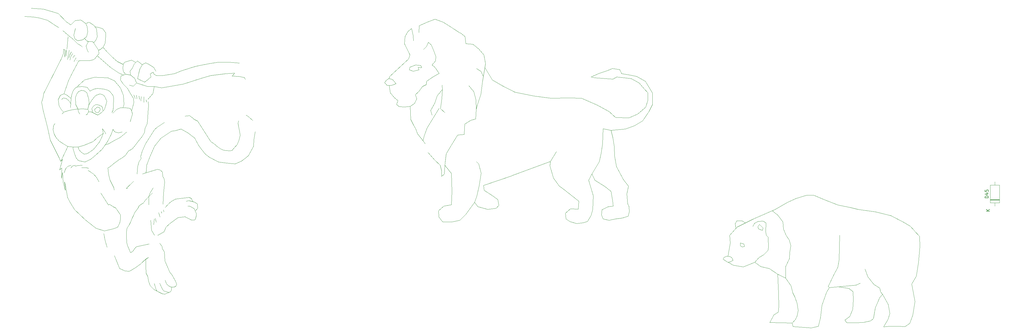
<source format=gbr>
%TF.GenerationSoftware,KiCad,Pcbnew,8.0.7*%
%TF.CreationDate,2025-07-05T17:28:38-07:00*%
%TF.ProjectId,hackpad_v2,6861636b-7061-4645-9f76-322e6b696361,rev?*%
%TF.SameCoordinates,Original*%
%TF.FileFunction,Legend,Top*%
%TF.FilePolarity,Positive*%
%FSLAX46Y46*%
G04 Gerber Fmt 4.6, Leading zero omitted, Abs format (unit mm)*
G04 Created by KiCad (PCBNEW 8.0.7) date 2025-07-05 17:28:38*
%MOMM*%
%LPD*%
G01*
G04 APERTURE LIST*
%ADD10C,0.100000*%
%ADD11C,0.150000*%
%ADD12C,0.120000*%
G04 APERTURE END LIST*
D10*
X198530000Y-38750000D02*
X200960000Y-36680000D01*
X55060000Y-43920000D02*
X56810000Y-43410000D01*
X28830000Y-56840000D02*
X27960000Y-56310000D01*
X276200000Y-97980000D02*
X274450000Y-94760000D01*
X35810000Y-36590000D02*
X35710000Y-37540000D01*
X24940000Y-31800000D02*
X25840000Y-31390000D01*
X194720000Y-43400000D02*
X190220000Y-43860000D01*
X180050000Y-68280000D02*
X180190000Y-65820000D01*
X50960000Y-80030000D02*
X50180000Y-78870000D01*
X200860000Y-28600000D02*
X203120000Y-32250000D01*
X21230000Y-49760000D02*
X19460000Y-53490000D01*
X263350000Y-103600000D02*
X262770000Y-102790000D01*
X24130000Y-35780000D02*
X24020000Y-33560000D01*
X40740000Y-87580000D02*
X42600000Y-86490000D01*
X238960000Y-77050000D02*
X238383690Y-76430000D01*
X53880000Y-92540000D02*
X54640000Y-92530000D01*
X30240000Y-33030000D02*
X31670000Y-32540000D01*
X34750000Y-59370000D02*
X35490000Y-60900000D01*
X144910000Y-14680000D02*
X145166190Y-16940000D01*
X14130000Y-9340000D02*
X15410000Y-9610000D01*
X68290000Y-22700000D02*
X65620000Y-23090000D01*
X37690000Y-86740000D02*
X39410000Y-87550000D01*
X226130000Y-82990000D02*
X227240000Y-83070000D01*
X42740000Y-22775000D02*
X41460000Y-21970000D01*
X79310000Y-48720000D02*
X79410000Y-46720000D01*
X187430000Y-68460000D02*
X189360000Y-67590000D01*
X137270000Y-37070000D02*
X138666190Y-38300000D01*
X282880000Y-103810000D02*
X281450000Y-104810000D01*
X236670000Y-86150000D02*
X234860000Y-84790000D01*
X171410000Y-53500000D02*
X173310000Y-50430000D01*
X195360000Y-66640000D02*
X195760000Y-67590000D01*
X127820000Y-24190000D02*
X129630000Y-23500000D01*
X21340000Y-32850000D02*
X20420000Y-32520000D01*
X171510000Y-33860000D02*
X177280000Y-33760000D01*
X27810000Y-13210000D02*
X27440000Y-14760000D01*
X23780000Y-68460000D02*
X27130000Y-71720000D01*
X25690000Y-17480000D02*
X26101190Y-17945000D01*
X123500000Y-29400000D02*
X122030000Y-29890000D01*
X46430000Y-89190000D02*
X46740000Y-90630000D01*
X198210000Y-27080000D02*
X200860000Y-28600000D01*
X190810000Y-46250000D02*
X191230000Y-48900000D01*
X20910000Y-62440000D02*
X20650000Y-59810000D01*
X27310000Y-17660000D02*
X27620000Y-18780000D01*
X132890000Y-29640000D02*
X133000000Y-28590000D01*
X30280000Y-51530000D02*
X28720000Y-52810000D01*
X44220000Y-85300000D02*
X45870000Y-83790000D01*
X191230000Y-48900000D02*
X191310000Y-51780000D01*
X265420000Y-96510000D02*
X265290000Y-93940000D01*
X43290000Y-27760000D02*
X43640000Y-26110000D01*
X29080000Y-37110000D02*
X29610000Y-36320000D01*
X42520000Y-48470000D02*
X41640000Y-49590000D01*
X69210000Y-49710000D02*
X68230000Y-49030000D01*
X28100000Y-38100000D02*
X27690000Y-38870000D01*
X39600000Y-26360000D02*
X41110000Y-26640000D01*
X49310000Y-42910000D02*
X48600000Y-43620000D01*
X23520000Y-14330000D02*
X23790000Y-13170000D01*
X22040000Y-18950000D02*
X22000000Y-19840000D01*
X51660000Y-59940000D02*
X51630000Y-60860000D01*
X50980000Y-26850000D02*
X49150000Y-26810000D01*
X172340000Y-58640000D02*
X171241190Y-54825000D01*
X74900000Y-43920000D02*
X75170000Y-45390000D01*
X20090000Y-12820000D02*
X22020000Y-14440000D01*
X196460000Y-27760000D02*
X194270000Y-27500000D01*
X122030000Y-29890000D02*
X120660000Y-29890000D01*
X192910000Y-24950000D02*
X193550000Y-26210000D01*
X29490000Y-47350000D02*
X28090000Y-47880000D01*
X39890000Y-78720000D02*
X40210000Y-79680000D01*
X177280000Y-33760000D02*
X181070000Y-33830000D01*
X57510000Y-29480000D02*
X62780000Y-27760000D01*
X244960000Y-66200000D02*
X247580000Y-65010000D01*
X265210000Y-99420000D02*
X265420000Y-96510000D01*
X39930000Y-44340000D02*
X37930000Y-46060000D01*
X186510000Y-26110000D02*
X189000000Y-25270000D01*
X129490000Y-32720000D02*
X130510000Y-31850000D01*
X190770000Y-27920000D02*
X185090000Y-27500000D01*
X22020000Y-14440000D02*
X23360000Y-15560000D01*
X20380000Y-38180000D02*
X19850000Y-38790000D01*
X23360000Y-15560000D02*
X24650000Y-16880000D01*
X52920000Y-66730000D02*
X51900000Y-67780000D01*
X65530000Y-52160000D02*
X68390000Y-53670000D01*
X191910000Y-55070000D02*
X191310000Y-51780000D01*
X70910000Y-54000000D02*
X73610000Y-54220000D01*
X34070000Y-27490000D02*
X36120000Y-28450000D01*
X143330000Y-71820000D02*
X140830000Y-72270000D01*
X46690000Y-23300000D02*
X48310000Y-24250000D01*
X21300000Y-19710000D02*
X21250000Y-20670000D01*
X20380000Y-38180000D02*
X21980000Y-37630000D01*
X29670000Y-11120000D02*
X28220000Y-10270000D01*
X147910000Y-66180000D02*
X145190000Y-69930000D01*
X18708690Y-7507500D02*
X21160000Y-10020000D01*
X273820000Y-94050000D02*
X274450000Y-94760000D01*
X188400000Y-61380000D02*
X185200000Y-59330000D01*
X243750000Y-74530000D02*
X244540000Y-76520000D01*
X32120000Y-38270000D02*
X30950000Y-39140000D01*
X29570000Y-49730000D02*
X31470000Y-47450000D01*
X42970000Y-29130000D02*
X41950000Y-30110000D01*
X194270000Y-27500000D02*
X192030000Y-27270000D01*
X50940000Y-80520000D02*
X50960000Y-80030000D01*
X127810000Y-20390000D02*
X127390000Y-21620000D01*
X22410000Y-66320000D02*
X23780000Y-68460000D01*
X47230000Y-92140000D02*
X48430000Y-93300000D01*
X129950000Y-34020000D02*
X129490000Y-32720000D01*
X50520000Y-46310000D02*
X53810000Y-44100000D01*
X26630000Y-51230000D02*
X27600000Y-51130000D01*
X27840000Y-37290000D02*
X28110000Y-37570000D01*
X49380000Y-55920000D02*
X50250000Y-56110000D01*
X250890000Y-64010000D02*
X253140000Y-64030000D01*
X227130000Y-84770000D02*
X226450000Y-84820000D01*
X21160000Y-10020000D02*
X22550000Y-11070000D01*
X51330000Y-68540000D02*
X51470000Y-69180000D01*
X34790000Y-31790000D02*
X35700000Y-33020000D01*
X42090000Y-35310000D02*
X41415000Y-37730000D01*
X255240000Y-101890000D02*
X254560000Y-104740000D01*
X44760000Y-23480000D02*
X45750000Y-22880000D01*
X259290000Y-88840000D02*
X260610000Y-86430000D01*
X43121190Y-57380000D02*
X43300000Y-55090000D01*
X68230000Y-49030000D02*
X67080000Y-48060000D01*
X30010000Y-21560000D02*
X29540000Y-21910000D01*
X286010000Y-76800000D02*
X286080000Y-80030000D01*
X53400000Y-92480000D02*
X52810000Y-92040000D01*
X28510000Y-31690000D02*
X29600000Y-31090000D01*
X55420000Y-91720000D02*
X55220000Y-91170000D01*
X242130000Y-100350000D02*
X242274940Y-98605000D01*
X244440000Y-89770000D02*
X241911190Y-88520000D01*
X149850000Y-32690000D02*
X148730000Y-35950000D01*
X33000000Y-75070000D02*
X35840000Y-74400000D01*
X284920000Y-89160000D02*
X283490000Y-91570000D01*
X20710000Y-21050000D02*
X21120000Y-18810000D01*
X30390000Y-74200000D02*
X33000000Y-75070000D01*
X55200000Y-92280000D02*
X55420000Y-91720000D01*
X23130000Y-54880000D02*
X22530000Y-55530000D01*
X48520000Y-30220000D02*
X50730000Y-30640000D01*
X21970000Y-21340000D02*
X22250000Y-20470000D01*
X140830000Y-72270000D02*
X137970000Y-72270000D01*
X130570000Y-25060000D02*
X128790000Y-25480000D01*
X55000000Y-90570000D02*
X54560000Y-89820000D01*
X185930000Y-35970000D02*
X189610000Y-38040000D01*
X136780000Y-70790000D02*
X136710000Y-68800000D01*
X60450000Y-65970000D02*
X60000000Y-64990000D01*
X60950000Y-66110000D02*
X59950000Y-65830000D01*
X130210000Y-44920000D02*
X129600000Y-43360000D01*
X45611976Y-43275786D02*
X45420000Y-44550000D01*
X30085000Y-11710000D02*
X31190000Y-11800000D01*
X23630000Y-50880000D02*
X23220000Y-49450000D01*
X19690000Y-37480000D02*
X20380000Y-38180000D01*
X177500000Y-72240000D02*
X176241190Y-71350000D01*
X51103423Y-58112233D02*
X51550000Y-58860000D01*
X75680000Y-53330000D02*
X77700000Y-51690000D01*
X25130000Y-49830000D02*
X25740000Y-50550000D01*
X48310000Y-24250000D02*
X49010000Y-25440000D01*
X48110000Y-61720000D02*
X47230000Y-63240000D01*
X50170000Y-91380000D02*
X50750000Y-92680000D01*
X242274940Y-98605000D02*
X242160000Y-94510000D01*
X189610000Y-38040000D02*
X191680000Y-39880000D01*
X44100000Y-28220000D02*
X43290000Y-27760000D01*
X21560000Y-64680000D02*
X22410000Y-66320000D01*
X192030000Y-27270000D02*
X190770000Y-27920000D01*
X30810000Y-46160000D02*
X29490000Y-47350000D01*
X60020000Y-71740000D02*
X60970000Y-71730000D01*
X35940000Y-61750000D02*
X36006976Y-62365786D01*
X176100000Y-69580000D02*
X176241190Y-71350000D01*
X159391190Y-57950000D02*
X150660000Y-60910000D01*
X28160000Y-35970000D02*
X27840000Y-37290000D01*
X274450000Y-94760000D02*
X273530000Y-95880000D01*
X26190000Y-15740000D02*
X24680000Y-16030000D01*
X47470000Y-27230000D02*
X46480000Y-28080000D01*
X122800000Y-33530000D02*
X124060000Y-34580000D01*
X201630000Y-34550000D02*
X201630000Y-32190000D01*
X46380000Y-30250000D02*
X48520000Y-30220000D01*
X241160000Y-68410000D02*
X244960000Y-66200000D01*
X33890000Y-47380000D02*
X32290000Y-49680000D01*
X46600000Y-34930000D02*
X46730000Y-36320000D01*
X228120000Y-85790000D02*
X226670000Y-84900000D01*
X38900000Y-25650000D02*
X39600000Y-26360000D01*
X260960000Y-84050000D02*
X261150000Y-76420000D01*
X30120000Y-37910000D02*
X30370000Y-38220000D01*
X55840000Y-70930000D02*
X58030000Y-70690000D01*
X46760000Y-66140000D02*
X46760000Y-66920000D01*
X14100000Y-6180000D02*
X18708690Y-7507500D01*
X73300000Y-49300000D02*
X72640000Y-50110000D01*
X189000000Y-25270000D02*
X190650000Y-24660000D01*
X74650000Y-40860000D02*
X74440000Y-41620000D01*
X124510000Y-36510000D02*
X126200000Y-36580000D01*
X24200000Y-21300000D02*
X23560000Y-22410000D01*
X245980000Y-79620000D02*
X245690000Y-81740000D01*
X51060000Y-94670000D02*
X51840000Y-94710000D01*
X246590000Y-94280000D02*
X247310000Y-95650000D01*
X184580000Y-68390000D02*
X184040000Y-70260000D01*
X135566190Y-9340000D02*
X138180000Y-10190000D01*
X39830000Y-75400000D02*
X39830000Y-76810000D01*
X232970000Y-85620000D02*
X231240000Y-86290000D01*
X257070000Y-94150000D02*
X255660000Y-98230000D01*
X177630000Y-68260000D02*
X180050000Y-68280000D01*
X22640000Y-54690000D02*
X21600000Y-55010000D01*
X257600000Y-92320000D02*
X257920000Y-92660000D01*
X131470000Y-24330000D02*
X130320000Y-24300000D01*
X147640000Y-31850000D02*
X146070000Y-29960000D01*
X22890000Y-32550000D02*
X23360000Y-31520000D01*
X15410000Y-9610000D02*
X17230000Y-10930000D01*
X51840000Y-94710000D02*
X52260000Y-94490000D01*
X42020000Y-33940000D02*
X42090000Y-35310000D01*
X126300000Y-14750000D02*
X126116190Y-16940000D01*
X227083690Y-76430000D02*
X229290000Y-73900000D01*
X32400000Y-22100000D02*
X35030000Y-24350000D01*
X44680000Y-45760000D02*
X43540000Y-47160000D01*
X22640000Y-33930000D02*
X22150000Y-33490000D01*
X123626190Y-35775000D02*
X124510000Y-36510000D01*
X239490000Y-103530000D02*
X240790000Y-101130000D01*
X140710000Y-57190000D02*
X138680000Y-54660000D01*
X156620000Y-30040000D02*
X160410000Y-32020000D01*
X24600000Y-22020000D02*
X24430000Y-22210000D01*
X24910000Y-53280000D02*
X24150000Y-52290000D01*
X44380000Y-52540000D02*
X44210000Y-52010000D01*
X21670000Y-48880000D02*
X21230000Y-49760000D01*
X147330000Y-17130000D02*
X149190000Y-18570000D01*
X32680000Y-44760000D02*
X30810000Y-46160000D01*
X148900000Y-67540000D02*
X147910000Y-66180000D01*
X246390000Y-103720000D02*
X239490000Y-103530000D01*
X137870000Y-31180000D02*
X136250000Y-33110000D01*
X42183690Y-80830000D02*
X41800000Y-81410000D01*
X24830000Y-49040000D02*
X25130000Y-49830000D01*
X41460000Y-21970000D02*
X40340000Y-22350000D01*
X77700000Y-51690000D02*
X79310000Y-48720000D01*
X49583690Y-76430000D02*
X51560000Y-75360000D01*
X32560000Y-18060000D02*
X31890000Y-18620000D01*
X51590000Y-41350000D02*
X49310000Y-42910000D01*
X55220000Y-91170000D02*
X55000000Y-90570000D01*
X30530000Y-58390000D02*
X29610000Y-57430000D01*
X43250000Y-22280000D02*
X42230000Y-23270000D01*
X246060000Y-92150000D02*
X246590000Y-94280000D01*
X137670000Y-58180000D02*
X138441190Y-57350000D01*
X41740000Y-38760000D02*
X41560000Y-39390000D01*
X41040000Y-32360000D02*
X42020000Y-33940000D01*
X240220000Y-68830000D02*
X242010000Y-70260000D01*
X49871190Y-69380000D02*
X50280000Y-70760000D01*
X39570000Y-36820000D02*
X40950000Y-36990000D01*
X247440000Y-102570000D02*
X246390000Y-103720000D01*
X240790000Y-101130000D02*
X242130000Y-100350000D01*
X27960000Y-16270000D02*
X27310000Y-17660000D01*
X128090000Y-40460000D02*
X128926190Y-42125000D01*
X22700000Y-26530000D02*
X21830000Y-28560000D01*
X150730000Y-20390000D02*
X151250000Y-23090000D01*
X46130000Y-54670000D02*
X46000000Y-56410000D01*
X131730000Y-30170000D02*
X132890000Y-29640000D01*
X120660000Y-28060000D02*
X121290000Y-27750000D01*
X160410000Y-32020000D02*
X166320000Y-33200000D01*
X35340000Y-21010000D02*
X33800000Y-19470000D01*
X180190000Y-65820000D02*
X175430000Y-62080000D01*
X228060000Y-84200000D02*
X227130000Y-84770000D01*
X45540000Y-28850000D02*
X44100000Y-28220000D01*
X54730000Y-26210000D02*
X50980000Y-26850000D01*
X38860000Y-23370000D02*
X38720000Y-24670000D01*
X32450000Y-12230000D02*
X33380000Y-13520000D01*
X33150000Y-44320000D02*
X33400000Y-44910000D01*
X135870000Y-20910000D02*
X135200000Y-19060000D01*
X18990000Y-52500000D02*
X19460000Y-53490000D01*
X21890000Y-34550000D02*
X22550000Y-35520000D01*
X56810000Y-43410000D02*
X58930000Y-44580000D01*
X32450000Y-37060000D02*
X32550000Y-37860000D01*
X187730000Y-43340000D02*
X190220000Y-43860000D01*
X34300000Y-47950000D02*
X33200000Y-48340000D01*
X48810000Y-71170000D02*
X49080000Y-72370000D01*
X200020000Y-40910000D02*
X197530000Y-42400000D01*
X252360000Y-105230000D02*
X246710000Y-104780000D01*
X131900000Y-47040000D02*
X130210000Y-44920000D01*
X24460000Y-30420000D02*
X26040000Y-30220000D01*
X150840000Y-62470000D02*
X153430000Y-64150000D01*
X58030000Y-70690000D02*
X60020000Y-71740000D01*
X36770000Y-37350000D02*
X37970000Y-36850000D01*
X185090000Y-27500000D02*
X184020000Y-27210000D01*
X19460000Y-53490000D02*
X20030000Y-52860000D01*
X74750000Y-27090000D02*
X76440000Y-27440000D01*
X18960000Y-36260000D02*
X19690000Y-37480000D01*
X28200000Y-34200000D02*
X28210000Y-35190000D01*
X184291190Y-57350000D02*
X183291190Y-59350000D01*
X189360000Y-67590000D02*
X190910000Y-67390000D01*
X50750000Y-92680000D02*
X51390000Y-93700000D01*
X32290000Y-49680000D02*
X30280000Y-51530000D01*
X128930000Y-16010000D02*
X128790000Y-14470000D01*
X195910000Y-69060000D02*
X195540000Y-70540000D01*
X33260000Y-16670000D02*
X33010000Y-17230000D01*
X53230000Y-30250000D02*
X57510000Y-29480000D01*
X41290000Y-37400000D02*
X41540000Y-38060000D01*
X242160000Y-94510000D02*
X241911190Y-88520000D01*
X30340000Y-35770000D02*
X31300000Y-35960000D01*
X271710000Y-91640000D02*
X273610000Y-92830000D01*
X136890000Y-37000000D02*
X133180000Y-43100000D01*
X244540000Y-76520000D02*
X245480000Y-77860000D01*
X130716190Y-11340000D02*
X133170000Y-10190000D01*
X33430000Y-14450000D02*
X33260000Y-16670000D01*
X20710000Y-61910000D02*
X20910000Y-62440000D01*
X121540000Y-27080000D02*
X121290000Y-27750000D01*
X22600000Y-20900000D02*
X22310000Y-21980000D01*
X247580000Y-65010000D02*
X250890000Y-64010000D01*
X181070000Y-33830000D02*
X185930000Y-35970000D01*
X24760000Y-37170000D02*
X24130000Y-35780000D01*
X17110000Y-43640000D02*
X17240000Y-42350000D01*
X62780000Y-27760000D02*
X65900000Y-26850000D01*
X21160000Y-55550000D02*
X20820000Y-56210000D01*
X47930000Y-63220000D02*
X46130000Y-65070000D01*
X253140000Y-64030000D02*
X256300000Y-65320000D01*
X48450000Y-71360000D02*
X48320000Y-73180000D01*
X20030000Y-52860000D02*
X19120000Y-56120000D01*
X266240000Y-91910000D02*
X267540000Y-91310000D01*
X236250000Y-73070000D02*
X237360000Y-74150000D01*
X184020000Y-27210000D02*
X186510000Y-26110000D01*
X29610000Y-36320000D02*
X30340000Y-35770000D01*
X20420000Y-32520000D02*
X19390000Y-32880000D01*
X36120000Y-28450000D02*
X37970000Y-30600000D01*
X61520000Y-69690000D02*
X60820000Y-68120000D01*
X35710000Y-37540000D02*
X35376190Y-38290000D01*
X121680000Y-32130000D02*
X122800000Y-33530000D01*
X20260000Y-20000000D02*
X19610000Y-21680000D01*
X195760000Y-67590000D02*
X195910000Y-69060000D01*
X29600000Y-31090000D02*
X30810000Y-30830000D01*
X51550000Y-58860000D02*
X51660000Y-59940000D01*
X32850000Y-75940000D02*
X33240000Y-78130000D01*
X33800000Y-19470000D02*
X32560000Y-18060000D01*
X19120000Y-56120000D02*
X19800000Y-55500000D01*
X198920000Y-29150000D02*
X196460000Y-27760000D01*
X41710000Y-24490000D02*
X40940000Y-25480000D01*
X34180000Y-31400000D02*
X34790000Y-31790000D01*
X56770000Y-25410000D02*
X54730000Y-26210000D01*
X33380000Y-13520000D02*
X33430000Y-14450000D01*
X8260000Y-8470000D02*
X11080000Y-8620000D01*
X30790000Y-14700000D02*
X30690000Y-13660000D01*
X48490000Y-91440000D02*
X49110000Y-93340000D01*
X26815000Y-15250000D02*
X27520000Y-15980000D01*
X37930000Y-46060000D02*
X35940000Y-47090000D01*
X31520000Y-36790000D02*
X30840000Y-36600000D01*
X20330000Y-18650000D02*
X20260000Y-20000000D01*
X135730000Y-22250000D02*
X135870000Y-20910000D01*
X43850000Y-67240000D02*
X45290000Y-66260000D01*
X53810000Y-44100000D02*
X55060000Y-43920000D01*
X51630000Y-60860000D02*
X51400000Y-63280000D01*
X50730000Y-30640000D02*
X53230000Y-30250000D01*
X19660000Y-57680000D02*
X19700000Y-58760000D01*
X234730000Y-72750000D02*
X234260000Y-73650000D01*
X46900000Y-79140000D02*
X42930000Y-80010000D01*
X49110000Y-93340000D02*
X49235000Y-93705000D01*
X46550000Y-34220000D02*
X46830000Y-33760000D01*
X36083690Y-82830000D02*
X37690000Y-86740000D01*
X28040000Y-55640000D02*
X27380000Y-55430000D01*
X151060000Y-24385000D02*
X153350000Y-28160000D01*
X31620000Y-27460000D02*
X34070000Y-27490000D01*
X23940000Y-9750000D02*
X25700000Y-9520000D01*
X43010000Y-32930000D02*
X43100000Y-34030000D01*
X149880000Y-57160000D02*
X149190000Y-54270000D01*
X234860000Y-84790000D02*
X236110000Y-83350000D01*
X269000000Y-86980000D02*
X269900000Y-89310000D01*
X151250000Y-23090000D02*
X150870000Y-25680000D01*
X41640000Y-49590000D02*
X40426190Y-50290000D01*
X190710000Y-65740000D02*
X190210000Y-62830000D01*
X203120000Y-32250000D02*
X203090000Y-35780000D01*
X33010000Y-17230000D02*
X32560000Y-18060000D01*
X32680000Y-44760000D02*
X32430000Y-43340000D01*
X30950000Y-39140000D02*
X29940000Y-38620000D01*
X41380000Y-60320000D02*
X42110000Y-59580000D01*
X34050000Y-55510000D02*
X34240000Y-57100000D01*
X137870000Y-31180000D02*
X137690000Y-33920000D01*
X51400000Y-63280000D02*
X51230000Y-66750000D01*
X283690000Y-92480000D02*
X284550000Y-97050000D01*
X43720000Y-53560000D02*
X44380000Y-52540000D01*
X151920000Y-68420000D02*
X148900000Y-67540000D01*
X26040000Y-30220000D02*
X27680000Y-30480000D01*
X54100000Y-88850000D02*
X53260000Y-87770000D01*
X50250000Y-56110000D02*
X50980000Y-56810000D01*
X40426190Y-50290000D02*
X39490000Y-51630000D01*
X42380000Y-27650000D02*
X42970000Y-29130000D01*
X74190000Y-48250000D02*
X73300000Y-49300000D01*
X40950000Y-36990000D02*
X41290000Y-37400000D01*
X45750000Y-22880000D02*
X46690000Y-23300000D01*
X11080000Y-8620000D02*
X12990000Y-8970000D01*
X140850000Y-62800000D02*
X140710000Y-57190000D01*
X154570000Y-68050000D02*
X151920000Y-68420000D01*
X26840000Y-31590000D02*
X27570000Y-32140000D01*
X127140000Y-13170000D02*
X126300000Y-14750000D01*
X24910000Y-38050000D02*
X24760000Y-37170000D01*
X40200000Y-30810000D02*
X41040000Y-32360000D01*
X42040000Y-70300000D02*
X41620000Y-71130000D01*
X21010000Y-61520000D02*
X21560000Y-64680000D01*
X30840000Y-36600000D02*
X29930000Y-37360000D01*
X176100000Y-69580000D02*
X177630000Y-68260000D01*
X25020000Y-22260000D02*
X22700000Y-26530000D01*
X131900000Y-47040000D02*
X132531190Y-47990000D01*
X17390000Y-44970000D02*
X17110000Y-43640000D01*
X28220000Y-10270000D02*
X27250000Y-10660000D01*
X264430000Y-67820000D02*
X266810000Y-68420000D01*
X76440000Y-27440000D02*
X76790000Y-28040000D01*
X24460000Y-30420000D02*
X26770000Y-28180000D01*
X31250000Y-59720000D02*
X30530000Y-58390000D01*
X262770000Y-102790000D02*
X264330000Y-101650000D01*
X22550000Y-11070000D02*
X23940000Y-9750000D01*
X191680000Y-39880000D02*
X195820000Y-39910000D01*
X27620000Y-18780000D02*
X27980000Y-19550000D01*
X227200000Y-78860000D02*
X227083690Y-76430000D01*
X59200000Y-65680000D02*
X58380000Y-65880000D01*
X245610000Y-83670000D02*
X244370000Y-86140000D01*
X47220000Y-26320000D02*
X47470000Y-27230000D01*
X37150000Y-73920000D02*
X37850000Y-72430000D01*
X61520000Y-70340000D02*
X61520000Y-69690000D01*
X43300000Y-55090000D02*
X43720000Y-53560000D01*
X189610000Y-71820000D02*
X187780000Y-71390000D01*
X128790000Y-14470000D02*
X128330000Y-12150000D01*
X150310000Y-28660000D02*
X149850000Y-32690000D01*
X37980000Y-70070000D02*
X36510000Y-67950000D01*
X30370000Y-38220000D02*
X31160000Y-38310000D01*
X236110000Y-83350000D02*
X237640000Y-82430000D01*
X43990000Y-24780000D02*
X44760000Y-23480000D01*
X126116190Y-16940000D02*
X127810000Y-20390000D01*
X184040000Y-70260000D02*
X182950000Y-72080000D01*
X190220000Y-43860000D02*
X190810000Y-46250000D01*
X23870000Y-20680000D02*
X23480000Y-20740000D01*
X42600000Y-86490000D02*
X44220000Y-85300000D01*
X22470000Y-36710000D02*
X22640000Y-33930000D01*
X47230000Y-63240000D02*
X46760000Y-64320000D01*
X35940000Y-47090000D02*
X34300000Y-47950000D01*
X74630000Y-42620000D02*
X74900000Y-43920000D01*
X47400000Y-71760000D02*
X47620000Y-74950000D01*
X52720000Y-94270000D02*
X53150000Y-94190000D01*
X144750000Y-43280000D02*
X144850000Y-41870000D01*
X190910000Y-67390000D02*
X190710000Y-65740000D01*
X42970000Y-29130000D02*
X46380000Y-30250000D01*
X65980000Y-47330000D02*
X61920000Y-40960000D01*
X230890000Y-80050000D02*
X230340000Y-79660000D01*
X33720000Y-34770000D02*
X33600000Y-35520000D01*
X140690000Y-11870000D02*
X143390000Y-13590000D01*
X225920000Y-84510000D02*
X225010000Y-83880000D01*
X34230000Y-67020000D02*
X31860000Y-63300000D01*
X135530000Y-53070000D02*
X137180000Y-54690000D01*
X153430000Y-64150000D02*
X155060000Y-65340000D01*
X36980000Y-22410000D02*
X35340000Y-21010000D01*
X37510000Y-52990000D02*
X36130000Y-54000000D01*
X247310000Y-95650000D02*
X247990000Y-97570000D01*
X175430000Y-62080000D02*
X174100000Y-61130000D01*
X26670000Y-48460000D02*
X24830000Y-49040000D01*
X149320000Y-60970000D02*
X149880000Y-57160000D01*
X29700000Y-16650000D02*
X30460000Y-15670000D01*
X22640000Y-33930000D02*
X22890000Y-32550000D01*
X46830000Y-33760000D02*
X48030000Y-32430000D01*
X68390000Y-53670000D02*
X70910000Y-54000000D01*
X37960000Y-71370000D02*
X37980000Y-70070000D01*
X21670000Y-48880000D02*
X20400000Y-48110000D01*
X124060000Y-34580000D02*
X123626190Y-35775000D01*
X16240000Y-46870000D02*
X18990000Y-52500000D01*
X181650000Y-72560000D02*
X179580000Y-72780000D01*
X29050000Y-34450000D02*
X30240000Y-33030000D01*
X34430000Y-58090000D02*
X34750000Y-59370000D01*
X142666190Y-45300000D02*
X144640000Y-45080000D01*
X238280000Y-72650000D02*
X237470000Y-72010000D01*
X121290000Y-27750000D02*
X122410000Y-27990000D01*
X19800000Y-55500000D02*
X19660000Y-57680000D01*
X61000000Y-46210000D02*
X62260000Y-48550000D01*
X246710000Y-104780000D02*
X246390000Y-103720000D01*
X31670000Y-32540000D02*
X32680000Y-32850000D01*
X41130000Y-81830000D02*
X40210000Y-79680000D01*
X272230000Y-69170000D02*
X277090000Y-70330000D01*
X21600000Y-55010000D02*
X21160000Y-55550000D01*
X39830000Y-76810000D02*
X39890000Y-78720000D01*
X29930000Y-37360000D02*
X30120000Y-37910000D01*
X237640000Y-82430000D02*
X238870000Y-81180000D01*
X19390000Y-32880000D02*
X18640000Y-34270000D01*
X23330000Y-49040000D02*
X24830000Y-49040000D01*
X284250000Y-74990000D02*
X286010000Y-76800000D01*
X135480000Y-35390000D02*
X134260000Y-37630000D01*
X36280000Y-44360000D02*
X35590000Y-43540000D01*
X20160000Y-60050000D02*
X20710000Y-61910000D01*
X195160000Y-63580000D02*
X195591190Y-61175000D01*
X26440000Y-37150000D02*
X27840000Y-37290000D01*
X53330000Y-72830000D02*
X55840000Y-70930000D01*
X171241190Y-54825000D02*
X171410000Y-53500000D01*
X129630000Y-23500000D02*
X131160000Y-23670000D01*
X265290000Y-93940000D02*
X264039940Y-92955000D01*
X42230000Y-23270000D02*
X41710000Y-24490000D01*
X241911190Y-88520000D02*
X239320000Y-86790000D01*
X140700000Y-48420000D02*
X142666190Y-45300000D01*
X39290000Y-22670000D02*
X38860000Y-23370000D01*
X270810000Y-103040000D02*
X268410000Y-103560000D01*
X79410000Y-46720000D02*
X79820000Y-44280000D01*
X28110000Y-37570000D02*
X28100000Y-38100000D01*
X15300000Y-42640000D02*
X16240000Y-46870000D01*
X29310000Y-38280000D02*
X29080000Y-37110000D01*
X148560000Y-64320000D02*
X149320000Y-60970000D01*
X61900000Y-68070000D02*
X61830000Y-66680000D01*
X148730000Y-35950000D02*
X148380000Y-37350000D01*
X26960000Y-53670000D02*
X24910000Y-53280000D01*
X256300000Y-65320000D02*
X260650000Y-67020000D01*
X45830000Y-57090000D02*
X49380000Y-55920000D01*
X201990000Y-38010000D02*
X200020000Y-40910000D01*
X244440000Y-89770000D02*
X246060000Y-92150000D01*
X20320000Y-33750000D02*
X21140000Y-33970000D01*
X23850000Y-15400000D02*
X23520000Y-14330000D01*
X271660000Y-102270000D02*
X270810000Y-103040000D01*
X277090000Y-70330000D02*
X281140000Y-72500000D01*
X20730000Y-18870000D02*
X20710000Y-21050000D01*
X138300000Y-67380000D02*
X140710000Y-66940000D01*
X34570000Y-66790000D02*
X34230000Y-67020000D01*
X260760000Y-92450000D02*
X257920000Y-92660000D01*
X226500000Y-82980000D02*
X226583690Y-82230000D01*
X228720000Y-72870000D02*
X229260000Y-71940000D01*
X70680000Y-26250000D02*
X73420000Y-26040000D01*
X41800000Y-81410000D02*
X41130000Y-81830000D01*
X38720000Y-24670000D02*
X38900000Y-25650000D01*
X137180000Y-54690000D02*
X137620000Y-56360000D01*
X43850000Y-67240000D02*
X43420000Y-68020000D01*
X27600000Y-51130000D02*
X28490000Y-50520000D01*
X24450000Y-37260000D02*
X26440000Y-37150000D01*
X59330000Y-64700000D02*
X55060000Y-65170000D01*
X200470000Y-30860000D02*
X198920000Y-29150000D01*
X129210000Y-35460000D02*
X129950000Y-34020000D01*
X45857500Y-83922500D02*
X45830000Y-85970000D01*
X38160000Y-26950000D02*
X37990000Y-28150000D01*
X273530000Y-95880000D02*
X272890000Y-97320000D01*
X244370000Y-87760000D02*
X244440000Y-89770000D01*
X27130000Y-71720000D02*
X30390000Y-74200000D01*
X260610000Y-86430000D02*
X260960000Y-84050000D01*
X71770000Y-50170000D02*
X70060000Y-50050000D01*
X231240000Y-86290000D02*
X228120000Y-85790000D01*
X133000000Y-28590000D02*
X134960000Y-27220000D01*
X53260000Y-87770000D02*
X52840000Y-86900000D01*
X58930000Y-44580000D02*
X61000000Y-46210000D01*
X187780000Y-71390000D02*
X187230000Y-70070000D01*
X28720000Y-52810000D02*
X26960000Y-53670000D01*
X140710000Y-66940000D02*
X140850000Y-62800000D01*
X24660000Y-54760000D02*
X23900000Y-55000000D01*
X25520000Y-22160000D02*
X25020000Y-22260000D01*
X121345000Y-29890000D02*
X121680000Y-32130000D01*
X230380000Y-78840000D02*
X231470000Y-79140000D01*
X70060000Y-50050000D02*
X69210000Y-49710000D01*
X47020000Y-52220000D02*
X46130000Y-54670000D01*
X132960000Y-17760000D02*
X132050000Y-18710000D01*
X46760000Y-64320000D02*
X46760000Y-66020000D01*
X47620000Y-74950000D02*
X48583690Y-76430000D01*
X43640000Y-26110000D02*
X43990000Y-24780000D01*
X185200000Y-59330000D02*
X184291190Y-57350000D01*
X266000000Y-103580000D02*
X263350000Y-103600000D01*
X19610000Y-21680000D02*
X14230000Y-32300000D01*
X271970000Y-100230000D02*
X271660000Y-102270000D01*
X145166190Y-16940000D02*
X147330000Y-17130000D01*
X31470000Y-47450000D02*
X32250000Y-45840000D01*
X276180000Y-102630000D02*
X276700000Y-100770000D01*
X153350000Y-28160000D02*
X156620000Y-30040000D01*
X150870000Y-25680000D02*
X150310000Y-28660000D01*
X238230000Y-75320000D02*
X238383690Y-76430000D01*
X73610000Y-54220000D02*
X75680000Y-53330000D01*
X234391190Y-71350000D02*
X241160000Y-68410000D01*
X143510000Y-13570000D02*
X144910000Y-14680000D01*
X42160000Y-32810000D02*
X42530000Y-33910000D01*
X260650000Y-67020000D02*
X264430000Y-67820000D01*
X20020000Y-56890000D02*
X20160000Y-60050000D01*
X255660000Y-98230000D02*
X255240000Y-101890000D01*
X59620000Y-24460000D02*
X56770000Y-25410000D01*
X230940000Y-71940000D02*
X231840595Y-72625000D01*
X40340000Y-22350000D02*
X39290000Y-22670000D01*
X35690000Y-67590000D02*
X34570000Y-66790000D01*
X61920000Y-40960000D02*
X60890000Y-40460000D01*
X31210000Y-18970000D02*
X29540000Y-16450000D01*
X53750000Y-65930000D02*
X52920000Y-66730000D01*
X131160000Y-23670000D02*
X131470000Y-24330000D01*
X171410000Y-53500000D02*
X159510000Y-57930000D01*
X228950000Y-74220000D02*
X228720000Y-72870000D01*
X137620000Y-56360000D02*
X137670000Y-58180000D01*
X225010000Y-83880000D02*
X225290000Y-83300000D01*
X50040000Y-94110000D02*
X51060000Y-94670000D01*
X21610000Y-15760000D02*
X21406190Y-18550000D01*
X123500000Y-29400000D02*
X122410000Y-27990000D01*
X193550000Y-26210000D02*
X195620000Y-26530000D01*
X35700000Y-33020000D02*
X35900000Y-33870000D01*
X27690000Y-38870000D02*
X27320000Y-39000000D01*
X39720000Y-61850000D02*
X41380000Y-60320000D01*
X244370000Y-86140000D02*
X244370000Y-87760000D01*
X28090000Y-47880000D02*
X26670000Y-48460000D01*
X41540000Y-38060000D02*
X41740000Y-38760000D01*
X276530000Y-104730000D02*
X274780000Y-104870000D01*
X20650000Y-59810000D02*
X21010000Y-61520000D01*
X133420000Y-50740000D02*
X135530000Y-53070000D01*
X136710000Y-68800000D02*
X138300000Y-67380000D01*
X28160000Y-35970000D02*
X29050000Y-34450000D01*
X23230000Y-37390000D02*
X24450000Y-37260000D01*
X39060000Y-35820000D02*
X38770000Y-36835000D01*
X145190000Y-69930000D02*
X143330000Y-71820000D01*
X53830000Y-93350000D02*
X53880000Y-92540000D01*
X268410000Y-103560000D02*
X266000000Y-103580000D01*
X23790000Y-13170000D02*
X24000000Y-12190000D01*
X155430000Y-67110000D02*
X154570000Y-68050000D01*
X187560000Y-47950000D02*
X187730000Y-43340000D01*
X35490000Y-60900000D02*
X35940000Y-61750000D01*
X44750000Y-50290000D02*
X44210000Y-52010000D01*
X52310000Y-91560000D02*
X51870000Y-90380000D01*
X21830000Y-28560000D02*
X20420000Y-32520000D01*
X29940000Y-38620000D02*
X28900000Y-38120000D01*
X72640000Y-50110000D02*
X71770000Y-50170000D01*
X24150000Y-52290000D02*
X23630000Y-50880000D01*
X79036190Y-40790000D02*
X77960000Y-39800000D01*
X53670000Y-93770000D02*
X53830000Y-93350000D01*
X60000000Y-64990000D02*
X59330000Y-64700000D01*
X136250000Y-33110000D02*
X135480000Y-35390000D01*
X37850000Y-72430000D02*
X37960000Y-71370000D01*
X148380000Y-37350000D02*
X148310000Y-34340000D01*
X30500000Y-12300000D02*
X29670000Y-11120000D01*
X41620000Y-71130000D02*
X41110000Y-72340000D01*
X29540000Y-21910000D02*
X28400000Y-22140000D01*
X195620000Y-26530000D02*
X198210000Y-27080000D01*
X245480000Y-77860000D02*
X245980000Y-79620000D01*
X36130000Y-54000000D02*
X34750000Y-55100000D01*
X23330000Y-49040000D02*
X21670000Y-48880000D01*
X38460000Y-44350000D02*
X37360000Y-44610000D01*
X201630000Y-32190000D02*
X200470000Y-30860000D01*
X17240000Y-42350000D02*
X17660000Y-41710000D01*
X49150000Y-26810000D02*
X48380000Y-26360000D01*
X247990000Y-97570000D02*
X248290000Y-99830000D01*
X38470000Y-52420000D02*
X37510000Y-52990000D01*
X128330000Y-12150000D02*
X127140000Y-13170000D01*
X48580000Y-48790000D02*
X50520000Y-46310000D01*
X134710000Y-23510000D02*
X135730000Y-22250000D01*
X46310000Y-41690000D02*
X45611976Y-43275786D01*
X130610000Y-13410000D02*
X130716190Y-11340000D01*
X53880000Y-92540000D02*
X53400000Y-92480000D01*
X48430000Y-93300000D02*
X50040000Y-94110000D01*
X226583690Y-82230000D02*
X227200000Y-78860000D01*
X30780000Y-20630000D02*
X30010000Y-21560000D01*
X187130000Y-50880000D02*
X187560000Y-47950000D01*
X148310000Y-34340000D02*
X147640000Y-31850000D01*
X195820000Y-39910000D02*
X198530000Y-38750000D01*
X59480000Y-67370000D02*
X58900000Y-67420000D01*
X44760000Y-23480000D02*
X43250000Y-22280000D01*
X24680000Y-16030000D02*
X23850000Y-15400000D01*
X166320000Y-33200000D02*
X171510000Y-33860000D01*
X27520000Y-15980000D02*
X27960000Y-16270000D01*
X55060000Y-65170000D02*
X53750000Y-65930000D01*
X45830000Y-57090000D02*
X44821190Y-57380000D01*
X45920000Y-34390000D02*
X46130000Y-35080000D01*
X28210000Y-35190000D02*
X28160000Y-35970000D01*
X67080000Y-48060000D02*
X65980000Y-47330000D01*
X53330000Y-72830000D02*
X52108690Y-73905000D01*
X40700000Y-73190000D02*
X40040000Y-74210000D01*
X254560000Y-104740000D02*
X252360000Y-105230000D01*
X23360000Y-31520000D02*
X23820000Y-30800000D01*
X23170000Y-19940000D02*
X22600000Y-20900000D01*
X195540000Y-70540000D02*
X193590000Y-71140000D01*
X32980000Y-37450000D02*
X32120000Y-38270000D01*
X119920000Y-28940000D02*
X120660000Y-28060000D01*
X59486190Y-39290000D02*
X58510000Y-39370000D01*
X13910000Y-33750000D02*
X13480000Y-35120000D01*
X31830000Y-30880000D02*
X33100000Y-31040000D01*
X23220000Y-49450000D02*
X23330000Y-49040000D01*
X13480000Y-35120000D02*
X14000000Y-37750000D01*
X283050000Y-73620000D02*
X284280000Y-74930000D01*
X30460000Y-15670000D02*
X30790000Y-14700000D01*
X41560000Y-39390000D02*
X41230000Y-40430000D01*
X238870000Y-81180000D02*
X239070000Y-80230000D01*
X46480000Y-28080000D02*
X45540000Y-28850000D01*
X62570000Y-23690000D02*
X61340000Y-23970000D01*
X18970000Y-47140000D02*
X17910000Y-45970000D01*
X126200000Y-36580000D02*
X127910000Y-36370000D01*
X184291190Y-57350000D02*
X186530000Y-53560000D01*
X53150000Y-94190000D02*
X53670000Y-93770000D01*
X24650000Y-16880000D02*
X25690000Y-17480000D01*
X149190000Y-54270000D02*
X148470000Y-53620000D01*
X35900000Y-33870000D02*
X35810000Y-36590000D01*
X51560000Y-75360000D02*
X52108690Y-73905000D01*
X28490000Y-50520000D02*
X29570000Y-49730000D01*
X48130000Y-25720000D02*
X47220000Y-26320000D01*
X30690000Y-13660000D02*
X30500000Y-12300000D01*
X127910000Y-36370000D02*
X129210000Y-35460000D01*
X61250000Y-71320000D02*
X61520000Y-70340000D01*
X120660000Y-29890000D02*
X119920000Y-28940000D01*
X37970000Y-30600000D02*
X38890000Y-33020000D01*
X37990000Y-28150000D02*
X38900000Y-29520000D01*
X33600000Y-35520000D02*
X33330000Y-36420000D01*
X133180000Y-43100000D02*
X132220000Y-45650000D01*
X237470000Y-72010000D02*
X235820000Y-72130000D01*
X40040000Y-74210000D02*
X39830000Y-75400000D01*
X52840000Y-86900000D02*
X51780000Y-84380000D01*
X133170000Y-10190000D02*
X135566190Y-9340000D01*
X23480000Y-20740000D02*
X23260000Y-21340000D01*
X46670000Y-83300000D02*
X45045000Y-84545000D01*
X31210000Y-18970000D02*
X31280000Y-20070000D01*
X50710000Y-69060000D02*
X50760000Y-69610000D01*
X136850000Y-26170000D02*
X135590000Y-24310000D01*
X130320000Y-24300000D02*
X130570000Y-25060000D01*
X33330000Y-36420000D02*
X32980000Y-37450000D01*
X194040000Y-59100000D02*
X195591190Y-61175000D01*
X137970000Y-72270000D02*
X136780000Y-70790000D01*
X237360000Y-74150000D02*
X237240000Y-74900000D01*
X182950000Y-72080000D02*
X181650000Y-72560000D01*
X77960000Y-39800000D02*
X77010000Y-39120000D01*
X46000000Y-56410000D02*
X45830000Y-57090000D01*
X74860000Y-22910000D02*
X71770000Y-22670000D01*
X235980000Y-74490000D02*
X235720000Y-73780000D01*
X27380000Y-55430000D02*
X25940000Y-55430000D01*
X272890000Y-97320000D02*
X272290000Y-98900000D01*
X276700000Y-100770000D02*
X276200000Y-97980000D01*
X191560000Y-71390000D02*
X189610000Y-71820000D01*
X27440000Y-14760000D02*
X26190000Y-15740000D01*
X34750000Y-55100000D02*
X34050000Y-55510000D01*
X149910000Y-25580000D02*
X150590000Y-27170000D01*
X39600000Y-26360000D02*
X38160000Y-26950000D01*
X32430000Y-43340000D02*
X33150000Y-44320000D01*
X14000000Y-37750000D02*
X15300000Y-42640000D01*
X31890000Y-18620000D02*
X31210000Y-18970000D01*
X27960000Y-16270000D02*
X29380000Y-16250000D01*
X60820000Y-68120000D02*
X59480000Y-67370000D01*
X46130000Y-65070000D02*
X45290000Y-66140000D01*
X235720000Y-73780000D02*
X236250000Y-73070000D01*
X44410000Y-33370000D02*
X44350000Y-34660000D01*
X75170000Y-45390000D02*
X74750000Y-46980000D01*
X21710000Y-14710000D02*
X21610000Y-15760000D01*
X45420000Y-44550000D02*
X44680000Y-45760000D01*
X46410000Y-39880000D02*
X46310000Y-41690000D01*
X25840000Y-31390000D02*
X26840000Y-31590000D01*
X43750000Y-33210000D02*
X43880000Y-34210000D01*
X231640000Y-79900000D02*
X230890000Y-80050000D01*
X29940000Y-27320000D02*
X31620000Y-27460000D01*
X37970000Y-36850000D02*
X39570000Y-36820000D01*
X190650000Y-24660000D02*
X192910000Y-24950000D01*
X22000000Y-19840000D02*
X21700000Y-20940000D01*
X186530000Y-53560000D02*
X187130000Y-50880000D01*
X21140000Y-33970000D02*
X21890000Y-34550000D01*
X22250000Y-20470000D02*
X22710000Y-19450000D01*
X273610000Y-92830000D02*
X273820000Y-94050000D01*
X272290000Y-98900000D02*
X271970000Y-100230000D01*
X147910000Y-66180000D02*
X148560000Y-64320000D01*
X20400000Y-48110000D02*
X18970000Y-47140000D01*
X73420000Y-26040000D02*
X72570000Y-27020000D01*
X65620000Y-23090000D02*
X62570000Y-23690000D01*
X19700000Y-58760000D02*
X20020000Y-56890000D01*
X45970000Y-88210000D02*
X46430000Y-89190000D01*
X48600000Y-43620000D02*
X45800000Y-47950000D01*
X48380000Y-26360000D02*
X48130000Y-25720000D01*
X144640000Y-45080000D02*
X144750000Y-43280000D01*
X26120000Y-54670000D02*
X24660000Y-54760000D01*
X45830000Y-85970000D02*
X45970000Y-88210000D01*
X37360000Y-44610000D02*
X36280000Y-44360000D01*
X285640000Y-84790000D02*
X284920000Y-89160000D01*
X33240000Y-78130000D02*
X33790000Y-80170000D01*
X36510000Y-67950000D02*
X35690000Y-67590000D01*
X35600000Y-38490000D02*
X36770000Y-37350000D01*
X74440000Y-41620000D02*
X74630000Y-42620000D01*
X264330000Y-101650000D02*
X265210000Y-99420000D01*
X135590000Y-24310000D02*
X134710000Y-23510000D01*
X25740000Y-50550000D02*
X26630000Y-51230000D01*
X22150000Y-33490000D02*
X21340000Y-32850000D01*
X28400000Y-22140000D02*
X25520000Y-22160000D01*
X23820000Y-30800000D02*
X24460000Y-30420000D01*
X51780000Y-84380000D02*
X51570000Y-81600000D01*
X72570000Y-27020000D02*
X74750000Y-27090000D01*
X129600000Y-43360000D02*
X128926190Y-42125000D01*
X12990000Y-8970000D02*
X14130000Y-9340000D01*
X32200000Y-36370000D02*
X32450000Y-37060000D01*
X148190000Y-40250000D02*
X148380000Y-37350000D01*
X128090000Y-40460000D02*
X127910000Y-36370000D01*
X195160000Y-63580000D02*
X195360000Y-66640000D01*
X52720000Y-94270000D02*
X52260000Y-94490000D01*
X135200000Y-19060000D02*
X134400000Y-17230000D01*
X27650000Y-11700000D02*
X27810000Y-13210000D01*
X155060000Y-65340000D02*
X155430000Y-67110000D01*
X148480000Y-24640000D02*
X149910000Y-25580000D01*
X24020000Y-33560000D02*
X24450000Y-32510000D01*
X38890000Y-33020000D02*
X39060000Y-35820000D01*
X35840000Y-74400000D02*
X37150000Y-73920000D01*
X200960000Y-36680000D02*
X201630000Y-34550000D01*
X10310000Y-5890000D02*
X14100000Y-6180000D01*
X41950000Y-30110000D02*
X40790000Y-29800000D01*
X203090000Y-35780000D02*
X201990000Y-38010000D01*
X138740000Y-53820000D02*
X139110000Y-51160000D01*
X50040000Y-94110000D02*
X49235000Y-93705000D01*
X274780000Y-104870000D02*
X276180000Y-102630000D01*
X31160000Y-38310000D02*
X31730000Y-37390000D01*
X242010000Y-70260000D02*
X243590000Y-72260000D01*
X38900000Y-29520000D02*
X40200000Y-30810000D01*
X32250000Y-45840000D02*
X32680000Y-44760000D01*
X35030000Y-24350000D02*
X37520000Y-26030000D01*
X134960000Y-27220000D02*
X136850000Y-26170000D01*
X281140000Y-72500000D02*
X283050000Y-73620000D01*
X248290000Y-99830000D02*
X247990000Y-101540000D01*
X33400000Y-44910000D02*
X33150000Y-44320000D01*
X48520000Y-30220000D02*
X48030000Y-32430000D01*
X31280000Y-20070000D02*
X30780000Y-20630000D01*
X238230000Y-75320000D02*
X238280000Y-72650000D01*
X29380000Y-16250000D02*
X29700000Y-16650000D01*
X264039940Y-92955000D02*
X260760000Y-92450000D01*
X183291190Y-59350000D02*
X184670000Y-64130000D01*
X46730000Y-36320000D02*
X46520000Y-38180000D01*
X138441190Y-57350000D02*
X138740000Y-53820000D01*
X38860000Y-23370000D02*
X36980000Y-22410000D01*
X28250000Y-31260000D02*
X28510000Y-31690000D01*
X149190000Y-18570000D02*
X150730000Y-20390000D01*
X146700000Y-40670000D02*
X148190000Y-40250000D01*
X184670000Y-64130000D02*
X184580000Y-68390000D01*
X30780000Y-20630000D02*
X32400000Y-22100000D01*
X234860000Y-84790000D02*
X232970000Y-85620000D01*
X137690000Y-33920000D02*
X137270000Y-37070000D01*
X25400000Y-38750000D02*
X24910000Y-38050000D01*
X71770000Y-22670000D02*
X68290000Y-22700000D01*
X237240000Y-74900000D02*
X235980000Y-74490000D01*
X284550000Y-97050000D02*
X283840000Y-101270000D01*
X46520000Y-38180000D02*
X46410000Y-39880000D01*
X60890000Y-40460000D02*
X59486190Y-39290000D01*
X51570000Y-81600000D02*
X50940000Y-80520000D01*
X132220000Y-45650000D02*
X131900000Y-47040000D01*
X21980000Y-37630000D02*
X23230000Y-37390000D01*
X133520000Y-16500000D02*
X132960000Y-17760000D01*
X59950000Y-65830000D02*
X59200000Y-65680000D01*
X43540000Y-47160000D02*
X42520000Y-48470000D01*
X54640000Y-92530000D02*
X55200000Y-92280000D01*
X174100000Y-61130000D02*
X172340000Y-58640000D01*
X74750000Y-46980000D02*
X74190000Y-48250000D01*
X31190000Y-11800000D02*
X32450000Y-12230000D01*
X231470000Y-79140000D02*
X231640000Y-79900000D01*
X41110000Y-26640000D02*
X42380000Y-27650000D01*
X54560000Y-89820000D02*
X54100000Y-88850000D01*
X60970000Y-71730000D02*
X61250000Y-71320000D01*
X279260000Y-104750000D02*
X276530000Y-104730000D01*
X260760000Y-92450000D02*
X266240000Y-91910000D01*
X37520000Y-26030000D02*
X38880000Y-26655000D01*
X28900000Y-38120000D02*
X28100000Y-38100000D01*
X61170000Y-68905000D02*
X61900000Y-68070000D01*
X139110000Y-51160000D02*
X140700000Y-48420000D01*
X45300000Y-33430000D02*
X45270000Y-35100000D01*
X226670000Y-84900000D02*
X225940000Y-84590000D01*
X39490000Y-51630000D02*
X38470000Y-52420000D01*
X45870000Y-83790000D02*
X46670000Y-83300000D01*
X127820000Y-24190000D02*
X127610000Y-25030000D01*
X283840000Y-101270000D02*
X282880000Y-103810000D01*
X239320000Y-86790000D02*
X236670000Y-86150000D01*
X50980000Y-56810000D02*
X51103423Y-58112233D01*
X27250000Y-10660000D02*
X27650000Y-11700000D01*
X32680000Y-32850000D02*
X33190000Y-33450000D01*
X269900000Y-89310000D02*
X271710000Y-91640000D01*
X150660000Y-60910000D02*
X150840000Y-62470000D01*
X21120000Y-18810000D02*
X21300000Y-19710000D01*
X27680000Y-30480000D02*
X28250000Y-31260000D01*
X191910000Y-55070000D02*
X194040000Y-59100000D01*
X134400000Y-17230000D02*
X133520000Y-16500000D01*
X42930000Y-80010000D02*
X42183690Y-80830000D01*
X73420000Y-26040000D02*
X72050000Y-26145000D01*
X179580000Y-72780000D02*
X177500000Y-72240000D01*
X20330000Y-18650000D02*
X20730000Y-18870000D01*
X128790000Y-25480000D02*
X127610000Y-25030000D01*
X225290000Y-83300000D02*
X226130000Y-82990000D01*
X190210000Y-62830000D02*
X188400000Y-61380000D01*
X18640000Y-34270000D02*
X18960000Y-36260000D01*
X247990000Y-101540000D02*
X247440000Y-102570000D01*
X229260000Y-71940000D02*
X230940000Y-71940000D01*
X17230000Y-10930000D02*
X18866190Y-11955000D01*
X26770000Y-28180000D02*
X29940000Y-27320000D01*
X39410000Y-87550000D02*
X40740000Y-87580000D01*
X144850000Y-41870000D02*
X146700000Y-40670000D01*
X34240000Y-57100000D02*
X34430000Y-58090000D01*
X19730000Y-34270000D02*
X20320000Y-33750000D01*
X35670000Y-43470000D02*
X35000000Y-45290000D01*
X40940000Y-25480000D02*
X41110000Y-26640000D01*
X257600000Y-92320000D02*
X259290000Y-88840000D01*
X27570000Y-32140000D02*
X28200000Y-34200000D01*
X45800000Y-47950000D02*
X44750000Y-50290000D01*
X17910000Y-45970000D02*
X17390000Y-44970000D01*
X286080000Y-80030000D02*
X285640000Y-84790000D01*
X193590000Y-71140000D02*
X191560000Y-71390000D01*
X187230000Y-70070000D02*
X187430000Y-68460000D01*
X21700000Y-20940000D02*
X21570000Y-21810000D01*
X65900000Y-26850000D02*
X70680000Y-26250000D01*
X243590000Y-72260000D02*
X243750000Y-74530000D01*
X52810000Y-92040000D02*
X52310000Y-91560000D01*
X137830000Y-29750000D02*
X137870000Y-31180000D01*
X41110000Y-72340000D02*
X40700000Y-73190000D01*
X61340000Y-23970000D02*
X59620000Y-24460000D01*
X138180000Y-10190000D02*
X140690000Y-11870000D01*
X266810000Y-68420000D02*
X272230000Y-69170000D01*
X35000000Y-45290000D02*
X33890000Y-47380000D01*
X42380000Y-69450000D02*
X42040000Y-70300000D01*
X20820000Y-56210000D02*
X20550000Y-57020000D01*
X281450000Y-104810000D02*
X279260000Y-104750000D01*
X25700000Y-9520000D02*
X27250000Y-10660000D01*
X33100000Y-31040000D02*
X34180000Y-31400000D01*
X134260000Y-37630000D02*
X134680000Y-39100000D01*
X64130000Y-51080000D02*
X65530000Y-52160000D01*
X47020000Y-52220000D02*
X48580000Y-48790000D01*
X29610000Y-57430000D02*
X28830000Y-56840000D01*
X46740000Y-90630000D02*
X47230000Y-92140000D01*
X23970000Y-54650000D02*
X23130000Y-54880000D01*
X230340000Y-79660000D02*
X230380000Y-78840000D01*
X127390000Y-21620000D02*
X121540000Y-27080000D01*
X239070000Y-80230000D02*
X238960000Y-77050000D01*
X257920000Y-92660000D02*
X257070000Y-94150000D01*
X227240000Y-83070000D02*
X227810000Y-83550000D01*
X51390000Y-93700000D02*
X53150000Y-94190000D01*
X33190000Y-33450000D02*
X33720000Y-34770000D01*
X30810000Y-30830000D02*
X31830000Y-30880000D01*
X283490000Y-91570000D02*
X283690000Y-92480000D01*
X229290000Y-73900000D02*
X234391190Y-71350000D01*
X31730000Y-37390000D02*
X31520000Y-36790000D01*
X14230000Y-32300000D02*
X13910000Y-33750000D01*
X58510000Y-39370000D02*
X58070000Y-39410000D01*
X130510000Y-31850000D02*
X131730000Y-30170000D01*
X41230000Y-40430000D02*
X41020000Y-41170000D01*
X245690000Y-81740000D02*
X245610000Y-83670000D01*
X43420000Y-68020000D02*
X42380000Y-69450000D01*
X227810000Y-83550000D02*
X228060000Y-84200000D01*
X235820000Y-72130000D02*
X234730000Y-72750000D01*
X31300000Y-35960000D02*
X32200000Y-36370000D01*
X197530000Y-42400000D02*
X194720000Y-43400000D01*
X40271190Y-61780000D02*
X39720000Y-61850000D01*
X61830000Y-66680000D02*
X60950000Y-66110000D01*
X24450000Y-32510000D02*
X24940000Y-31800000D01*
X35590000Y-43540000D02*
X35670000Y-43470000D01*
X62260000Y-48550000D02*
X64130000Y-51080000D01*
D11*
X307324819Y-64834285D02*
X306324819Y-64834285D01*
X306324819Y-64834285D02*
X306324819Y-64596190D01*
X306324819Y-64596190D02*
X306372438Y-64453333D01*
X306372438Y-64453333D02*
X306467676Y-64358095D01*
X306467676Y-64358095D02*
X306562914Y-64310476D01*
X306562914Y-64310476D02*
X306753390Y-64262857D01*
X306753390Y-64262857D02*
X306896247Y-64262857D01*
X306896247Y-64262857D02*
X307086723Y-64310476D01*
X307086723Y-64310476D02*
X307181961Y-64358095D01*
X307181961Y-64358095D02*
X307277200Y-64453333D01*
X307277200Y-64453333D02*
X307324819Y-64596190D01*
X307324819Y-64596190D02*
X307324819Y-64834285D01*
X306658152Y-63405714D02*
X307324819Y-63405714D01*
X306277200Y-63643809D02*
X306991485Y-63881904D01*
X306991485Y-63881904D02*
X306991485Y-63262857D01*
X306324819Y-62405714D02*
X306324819Y-62881904D01*
X306324819Y-62881904D02*
X306801009Y-62929523D01*
X306801009Y-62929523D02*
X306753390Y-62881904D01*
X306753390Y-62881904D02*
X306705771Y-62786666D01*
X306705771Y-62786666D02*
X306705771Y-62548571D01*
X306705771Y-62548571D02*
X306753390Y-62453333D01*
X306753390Y-62453333D02*
X306801009Y-62405714D01*
X306801009Y-62405714D02*
X306896247Y-62358095D01*
X306896247Y-62358095D02*
X307134342Y-62358095D01*
X307134342Y-62358095D02*
X307229580Y-62405714D01*
X307229580Y-62405714D02*
X307277200Y-62453333D01*
X307277200Y-62453333D02*
X307324819Y-62548571D01*
X307324819Y-62548571D02*
X307324819Y-62786666D01*
X307324819Y-62786666D02*
X307277200Y-62881904D01*
X307277200Y-62881904D02*
X307229580Y-62929523D01*
X307694819Y-68961904D02*
X306694819Y-68961904D01*
X307694819Y-68390476D02*
X307123390Y-68819047D01*
X306694819Y-68390476D02*
X307266247Y-68961904D01*
D12*
%TO.C,D45*%
X307870000Y-60900000D02*
X307870000Y-66340000D01*
X307870000Y-65320000D02*
X310810000Y-65320000D01*
X307870000Y-65440000D02*
X310810000Y-65440000D01*
X307870000Y-65560000D02*
X310810000Y-65560000D01*
X307870000Y-66340000D02*
X310810000Y-66340000D01*
X309340000Y-59880000D02*
X309340000Y-60900000D01*
X309340000Y-67360000D02*
X309340000Y-66340000D01*
X310810000Y-60900000D02*
X307870000Y-60900000D01*
X310810000Y-66340000D02*
X310810000Y-60900000D01*
%TD*%
M02*

</source>
